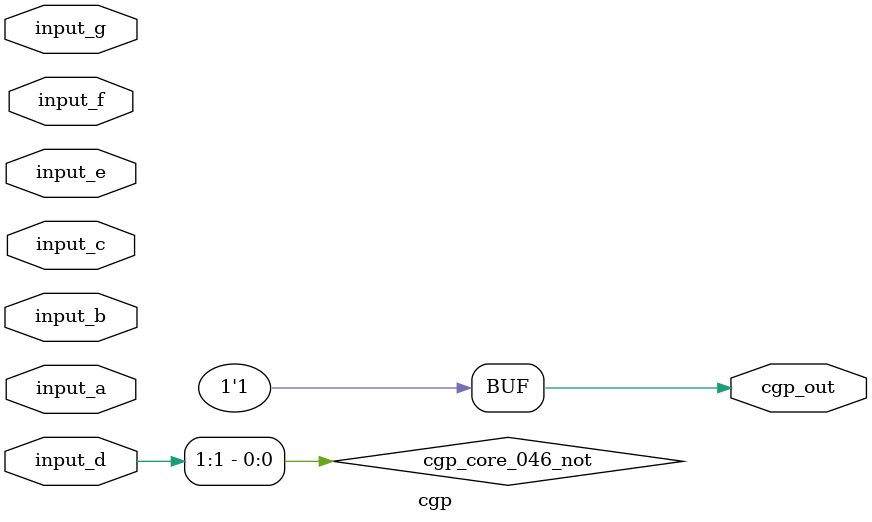
<source format=v>
module cgp(input [1:0] input_a, input [1:0] input_b, input [1:0] input_c, input [1:0] input_d, input [1:0] input_e, input [1:0] input_f, input [1:0] input_g, output [0:0] cgp_out);
  wire cgp_core_016;
  wire cgp_core_017;
  wire cgp_core_019;
  wire cgp_core_021;
  wire cgp_core_024;
  wire cgp_core_025_not;
  wire cgp_core_027;
  wire cgp_core_031_not;
  wire cgp_core_032;
  wire cgp_core_033;
  wire cgp_core_034;
  wire cgp_core_037_not;
  wire cgp_core_040;
  wire cgp_core_041;
  wire cgp_core_042;
  wire cgp_core_043;
  wire cgp_core_046_not;
  wire cgp_core_048;
  wire cgp_core_050;
  wire cgp_core_053;
  wire cgp_core_055;
  wire cgp_core_060;
  wire cgp_core_064;
  wire cgp_core_066;
  wire cgp_core_067;
  wire cgp_core_071;
  wire cgp_core_072;
  wire cgp_core_073;
  wire cgp_core_074;
  wire cgp_core_078_not;
  wire cgp_core_079;
  wire cgp_core_082;

  assign cgp_core_016 = input_a[0] ^ input_c[0];
  assign cgp_core_017 = input_a[0] & input_c[0];
  assign cgp_core_019 = ~(input_c[1] & input_c[0]);
  assign cgp_core_021 = input_c[0] & input_d[0];
  assign cgp_core_024 = ~input_e[0];
  assign cgp_core_025_not = ~input_g[1];
  assign cgp_core_027 = cgp_core_025_not ^ cgp_core_024;
  assign cgp_core_031_not = ~input_g[1];
  assign cgp_core_032 = ~(input_b[1] & input_f[0]);
  assign cgp_core_033 = input_e[1] & cgp_core_027;
  assign cgp_core_034 = input_a[0] ^ input_b[1];
  assign cgp_core_037_not = ~input_d[1];
  assign cgp_core_040 = input_g[1] & input_a[0];
  assign cgp_core_041 = input_b[1] ^ cgp_core_034;
  assign cgp_core_042 = ~(input_c[0] ^ cgp_core_034);
  assign cgp_core_043 = input_c[0] ^ input_b[1];
  assign cgp_core_046_not = ~cgp_core_037_not;
  assign cgp_core_048 = input_d[0] ^ input_c[0];
  assign cgp_core_050 = input_e[1] & input_b[0];
  assign cgp_core_053 = input_b[1] ^ input_f[0];
  assign cgp_core_055 = input_b[1] ^ input_d[1];
  assign cgp_core_060 = ~input_c[1];
  assign cgp_core_064 = input_b[1] & input_c[1];
  assign cgp_core_066 = cgp_core_048 & input_a[1];
  assign cgp_core_067 = ~(input_c[0] | input_g[0]);
  assign cgp_core_071 = ~(input_d[1] | input_a[1]);
  assign cgp_core_072 = cgp_core_043 | input_f[1];
  assign cgp_core_073 = input_b[1] ^ input_b[0];
  assign cgp_core_074 = input_a[1] & input_b[0];
  assign cgp_core_078_not = ~cgp_core_073;
  assign cgp_core_079 = ~(input_e[0] | input_g[1]);
  assign cgp_core_082 = ~(input_g[1] | input_f[1]);

  assign cgp_out[0] = 1'b1;
endmodule
</source>
